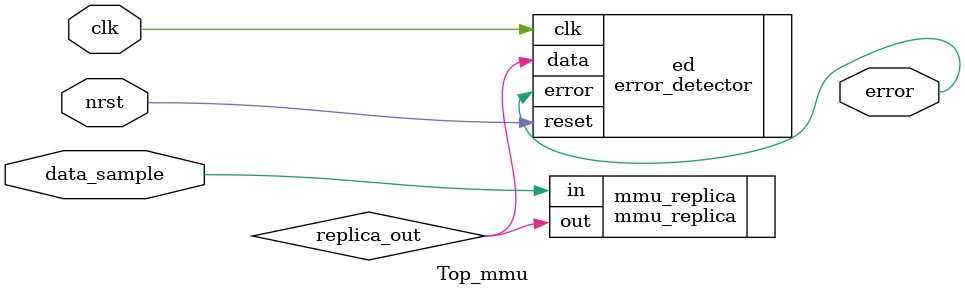
<source format=v>
module Top_mmu (
    input clk,
    input nrst,
    input data_sample,
    output error
);

    wire replica_out;
    mmu_replica mmu_replica(
        .in(data_sample),
        .out(replica_out)
    );
    error_detector ed(
        .data(replica_out),
        .clk(clk),
        .reset(nrst),
        .error(error)
    ); 
endmodule
</source>
